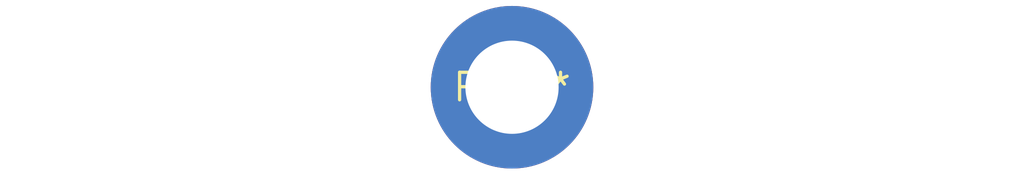
<source format=kicad_pcb>
(kicad_pcb (version 20240108) (generator pcbnew)
  (layers (0 "F.Cu" signal) (31 "B.Cu" signal) (34 "B.Paste" user) (35 "F.Paste" user) (36 "B.SilkS" user "B.Silkscreen") (37 "F.SilkS" user "F.Silkscreen") (38 "B.Mask" user) (39 "F.Mask" user) (44 "Edge.Cuts" user))
  (net 0 "")
  (footprint "MountingHole_4.3mm_M4_DIN965_Pad_TopBottom" (layer "F.Cu") (at 0 0)
    (property "Reference" "REF**")
    (property "Value" "MountingHole_4.3mm_M4_DIN965_Pad_TopBottom")
    (pad "1" thru_hole circle (at 0 0) (size 4.7 4.7) (drill 4.3) (layers *.Cu *.Mask) (remove_unused_layers))
    (pad "1" connect circle (at 0 0) (size 7.5 7.5) (layers "F.Cu" "F.Mask"))
    (pad "1" connect circle (at 0 0) (size 7.5 7.5) (layers "B.Cu" "B.Mask"))
  )
)
</source>
